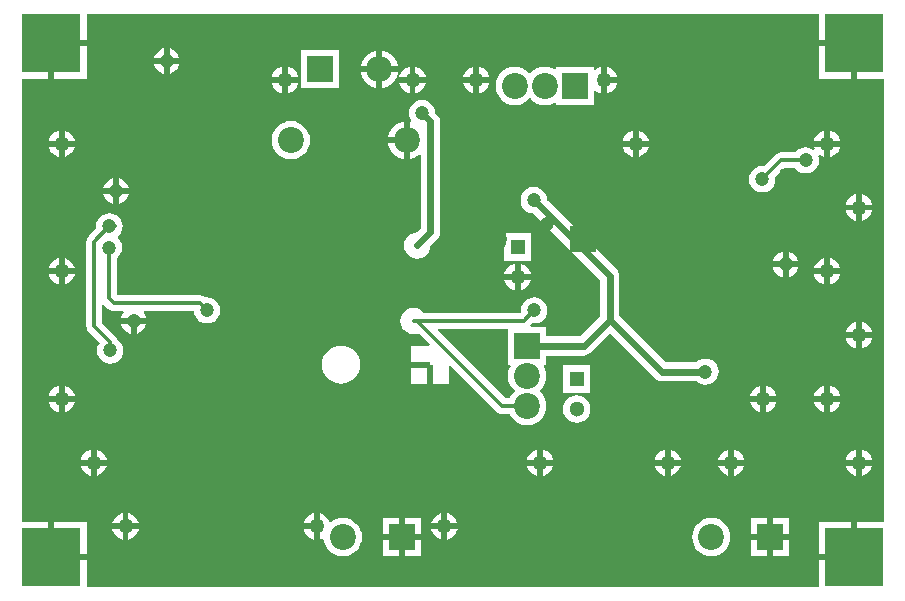
<source format=gbl>
G04*
G04 #@! TF.GenerationSoftware,Altium Limited,Altium Designer,19.1.8 (144)*
G04*
G04 Layer_Physical_Order=2*
G04 Layer_Color=16711680*
%FSLAX25Y25*%
%MOIN*%
G70*
G01*
G75*
%ADD32C,0.02362*%
%ADD33C,0.01181*%
%ADD35C,0.00591*%
%ADD36C,0.00394*%
%ADD37R,0.05118X0.05118*%
%ADD38C,0.05118*%
%ADD39R,0.19685X0.19685*%
%ADD40C,0.08661*%
%ADD41R,0.08661X0.08661*%
%ADD42R,0.08661X0.08661*%
%ADD43C,0.04724*%
%ADD44C,0.05000*%
G36*
X265748Y182087D02*
X277559D01*
Y181102D01*
X278543D01*
Y169291D01*
X287402D01*
Y21654D01*
X278543D01*
Y9843D01*
X277559D01*
Y8858D01*
X265748D01*
Y0D01*
X21654D01*
Y8858D01*
X9843D01*
Y9843D01*
X8858D01*
Y21654D01*
X0D01*
Y169291D01*
X8858D01*
Y181102D01*
X9843D01*
Y182087D01*
X21654D01*
Y190945D01*
X265748D01*
Y182087D01*
D02*
G37*
%LPC*%
G36*
X49409Y179435D02*
Y176181D01*
X52664D01*
X52644Y176327D01*
X52208Y177381D01*
X51514Y178286D01*
X50609Y178980D01*
X49556Y179416D01*
X49409Y179435D01*
D02*
G37*
G36*
X47441D02*
X47295Y179416D01*
X46241Y178980D01*
X45336Y178286D01*
X44642Y177381D01*
X44206Y176327D01*
X44187Y176181D01*
X47441D01*
Y179435D01*
D02*
G37*
G36*
X120276Y178674D02*
Y173425D01*
X125524D01*
X125499Y173676D01*
X125139Y174863D01*
X124554Y175957D01*
X123767Y176917D01*
X122808Y177704D01*
X121714Y178289D01*
X120526Y178649D01*
X120276Y178674D01*
D02*
G37*
G36*
X118307D02*
X118056Y178649D01*
X116869Y178289D01*
X115775Y177704D01*
X114816Y176917D01*
X114028Y175957D01*
X113444Y174863D01*
X113083Y173676D01*
X113059Y173425D01*
X118307D01*
Y178674D01*
D02*
G37*
G36*
X174409Y173291D02*
X173168Y173168D01*
X171975Y172806D01*
X170875Y172219D01*
X169911Y171427D01*
X169659Y171121D01*
X169159D01*
X168907Y171427D01*
X167944Y172219D01*
X166844Y172806D01*
X165650Y173168D01*
X164409Y173291D01*
X163168Y173168D01*
X161975Y172806D01*
X160875Y172219D01*
X159911Y171427D01*
X159120Y170463D01*
X158532Y169364D01*
X158170Y168170D01*
X158048Y166929D01*
X158170Y165688D01*
X158532Y164495D01*
X159120Y163395D01*
X159911Y162431D01*
X160875Y161640D01*
X161975Y161052D01*
X163168Y160690D01*
X164409Y160568D01*
X165650Y160690D01*
X166844Y161052D01*
X167944Y161640D01*
X168907Y162431D01*
X169159Y162738D01*
X169659D01*
X169911Y162431D01*
X170875Y161640D01*
X171975Y161052D01*
X173168Y160690D01*
X174409Y160568D01*
X175650Y160690D01*
X176844Y161052D01*
X177579Y161445D01*
X178079Y161145D01*
Y160599D01*
X190740D01*
Y165209D01*
X191240Y165455D01*
X191841Y164994D01*
X192928Y164544D01*
X193110Y164520D01*
Y168898D01*
Y173275D01*
X192928Y173251D01*
X191841Y172801D01*
X191240Y172340D01*
X190740Y172586D01*
Y173260D01*
X178079D01*
Y172713D01*
X177579Y172414D01*
X176844Y172806D01*
X175650Y173168D01*
X174409Y173291D01*
D02*
G37*
G36*
X52664Y174213D02*
X49409D01*
Y170958D01*
X49556Y170978D01*
X50609Y171414D01*
X51514Y172108D01*
X52208Y173013D01*
X52644Y174066D01*
X52664Y174213D01*
D02*
G37*
G36*
X47441D02*
X44187D01*
X44206Y174066D01*
X44642Y173013D01*
X45336Y172108D01*
X46241Y171414D01*
X47295Y170978D01*
X47441Y170958D01*
Y174213D01*
D02*
G37*
G36*
X195079Y173275D02*
Y169882D01*
X198472D01*
X198448Y170064D01*
X197998Y171151D01*
X197281Y172085D01*
X196348Y172801D01*
X195261Y173251D01*
X195079Y173275D01*
D02*
G37*
G36*
X152559D02*
Y169882D01*
X155952D01*
X155928Y170064D01*
X155478Y171151D01*
X154762Y172085D01*
X153828Y172801D01*
X152741Y173251D01*
X152559Y173275D01*
D02*
G37*
G36*
X150591D02*
X150408Y173251D01*
X149321Y172801D01*
X148388Y172085D01*
X147671Y171151D01*
X147221Y170064D01*
X147197Y169882D01*
X150591D01*
Y173275D01*
D02*
G37*
G36*
X131299D02*
Y169882D01*
X134692D01*
X134668Y170064D01*
X134218Y171151D01*
X133502Y172085D01*
X132568Y172801D01*
X131481Y173251D01*
X131299Y173275D01*
D02*
G37*
G36*
X129331D02*
X129148Y173251D01*
X128061Y172801D01*
X127128Y172085D01*
X126412Y171151D01*
X125961Y170064D01*
X125937Y169882D01*
X129331D01*
Y173275D01*
D02*
G37*
G36*
X88779D02*
Y169882D01*
X92173D01*
X92149Y170064D01*
X91698Y171151D01*
X90982Y172085D01*
X90049Y172801D01*
X88962Y173251D01*
X88779Y173275D01*
D02*
G37*
G36*
X86811D02*
X86629Y173251D01*
X85542Y172801D01*
X84608Y172085D01*
X83892Y171151D01*
X83442Y170064D01*
X83418Y169882D01*
X86811D01*
Y173275D01*
D02*
G37*
G36*
X276575Y180118D02*
X265748D01*
Y169291D01*
X276575D01*
Y180118D01*
D02*
G37*
G36*
X21654D02*
X10827D01*
Y169291D01*
X21654D01*
Y180118D01*
D02*
G37*
G36*
X125524Y171457D02*
X120276D01*
Y166208D01*
X120526Y166233D01*
X121714Y166593D01*
X122808Y167178D01*
X123767Y167965D01*
X124554Y168924D01*
X125139Y170018D01*
X125499Y171206D01*
X125524Y171457D01*
D02*
G37*
G36*
X118307D02*
X113059D01*
X113083Y171206D01*
X113444Y170018D01*
X114028Y168924D01*
X114816Y167965D01*
X115775Y167178D01*
X116869Y166593D01*
X118056Y166233D01*
X118307Y166208D01*
Y171457D01*
D02*
G37*
G36*
X105937Y178771D02*
X93275D01*
Y166110D01*
X105937D01*
Y178771D01*
D02*
G37*
G36*
X198472Y167913D02*
X195079D01*
Y164520D01*
X195261Y164544D01*
X196348Y164994D01*
X197281Y165711D01*
X197998Y166644D01*
X198448Y167731D01*
X198472Y167913D01*
D02*
G37*
G36*
X155952D02*
X152559D01*
Y164520D01*
X152741Y164544D01*
X153828Y164994D01*
X154762Y165711D01*
X155478Y166644D01*
X155928Y167731D01*
X155952Y167913D01*
D02*
G37*
G36*
X150591D02*
X147197D01*
X147221Y167731D01*
X147671Y166644D01*
X148388Y165711D01*
X149321Y164994D01*
X150408Y164544D01*
X150591Y164520D01*
Y167913D01*
D02*
G37*
G36*
X134692D02*
X131299D01*
Y164520D01*
X131481Y164544D01*
X132568Y164994D01*
X133502Y165711D01*
X134218Y166644D01*
X134668Y167731D01*
X134692Y167913D01*
D02*
G37*
G36*
X129331D02*
X125937D01*
X125961Y167731D01*
X126412Y166644D01*
X127128Y165711D01*
X128061Y164994D01*
X129148Y164544D01*
X129331Y164520D01*
Y167913D01*
D02*
G37*
G36*
X92173D02*
X88779D01*
Y164520D01*
X88962Y164544D01*
X90049Y164994D01*
X90982Y165711D01*
X91698Y166644D01*
X92149Y167731D01*
X92173Y167913D01*
D02*
G37*
G36*
X86811D02*
X83418D01*
X83442Y167731D01*
X83892Y166644D01*
X84608Y165711D01*
X85542Y164994D01*
X86629Y164544D01*
X86811Y164520D01*
Y167913D01*
D02*
G37*
G36*
X133465Y162274D02*
X132326Y162124D01*
X131265Y161684D01*
X130353Y160985D01*
X129654Y160074D01*
X129215Y159013D01*
X129065Y157874D01*
X129215Y156735D01*
X129654Y155674D01*
X129851Y155417D01*
X129769Y155298D01*
X129516Y155033D01*
X129331Y155052D01*
Y148819D01*
Y142586D01*
X129581Y142611D01*
X130769Y142971D01*
X131863Y143556D01*
X132512Y144088D01*
X133012Y143852D01*
Y119439D01*
X131731Y118158D01*
X130751Y118029D01*
X129690Y117590D01*
X128779Y116891D01*
X128079Y115979D01*
X127640Y114918D01*
X127490Y113779D01*
X127640Y112641D01*
X128079Y111580D01*
X128779Y110668D01*
X129690Y109969D01*
X130751Y109530D01*
X131890Y109380D01*
X133028Y109530D01*
X134090Y109969D01*
X135001Y110668D01*
X135700Y111580D01*
X136140Y112641D01*
X136269Y113621D01*
X138489Y115841D01*
X138999Y116506D01*
X139320Y117280D01*
X139429Y118110D01*
Y155118D01*
X139320Y155949D01*
X138999Y156722D01*
X138489Y157387D01*
X137844Y158033D01*
X137715Y159013D01*
X137275Y160074D01*
X136576Y160985D01*
X135664Y161684D01*
X134603Y162124D01*
X133465Y162274D01*
D02*
G37*
G36*
X127362Y155052D02*
X127111Y155027D01*
X125924Y154667D01*
X124830Y154082D01*
X123871Y153295D01*
X123083Y152336D01*
X122499Y151241D01*
X122138Y150054D01*
X122114Y149803D01*
X127362D01*
Y155052D01*
D02*
G37*
G36*
X269488Y152015D02*
Y148622D01*
X272881D01*
X272857Y148804D01*
X272407Y149891D01*
X271691Y150825D01*
X270757Y151541D01*
X269670Y151991D01*
X269488Y152015D01*
D02*
G37*
G36*
X267520D02*
X267337Y151991D01*
X266250Y151541D01*
X265317Y150825D01*
X264601Y149891D01*
X264150Y148804D01*
X264126Y148622D01*
X267520D01*
Y152015D01*
D02*
G37*
G36*
X205709D02*
Y148622D01*
X209102D01*
X209078Y148804D01*
X208628Y149891D01*
X207911Y150825D01*
X206978Y151541D01*
X205891Y151991D01*
X205709Y152015D01*
D02*
G37*
G36*
X203740D02*
X203558Y151991D01*
X202471Y151541D01*
X201537Y150825D01*
X200821Y149891D01*
X200371Y148804D01*
X200347Y148622D01*
X203740D01*
Y152015D01*
D02*
G37*
G36*
X14370D02*
Y148622D01*
X17763D01*
X17739Y148804D01*
X17289Y149891D01*
X16573Y150825D01*
X15639Y151541D01*
X14552Y151991D01*
X14370Y152015D01*
D02*
G37*
G36*
X12402D02*
X12219Y151991D01*
X11132Y151541D01*
X10199Y150825D01*
X9483Y149891D01*
X9032Y148804D01*
X9008Y148622D01*
X12402D01*
Y152015D01*
D02*
G37*
G36*
X267520Y146653D02*
X264126D01*
X264150Y146471D01*
X264341Y146011D01*
X263930Y145696D01*
X263617Y145936D01*
X262556Y146376D01*
X261417Y146526D01*
X260279Y146376D01*
X259217Y145936D01*
X258306Y145237D01*
X257924Y144739D01*
X253149D01*
X252473Y144650D01*
X251843Y144389D01*
X251302Y143974D01*
X247472Y140144D01*
X246850Y140226D01*
X245711Y140076D01*
X244650Y139637D01*
X243739Y138938D01*
X243039Y138026D01*
X242600Y136965D01*
X242450Y135827D01*
X242600Y134688D01*
X243039Y133627D01*
X243739Y132715D01*
X244650Y132016D01*
X245711Y131577D01*
X246850Y131427D01*
X247989Y131577D01*
X249050Y132016D01*
X249961Y132715D01*
X250660Y133627D01*
X251100Y134688D01*
X251250Y135827D01*
X251168Y136449D01*
X254232Y139513D01*
X257924D01*
X258306Y139015D01*
X259217Y138316D01*
X260279Y137876D01*
X261417Y137726D01*
X262556Y137876D01*
X263617Y138316D01*
X264528Y139015D01*
X265228Y139926D01*
X265667Y140987D01*
X265817Y142126D01*
X265667Y143265D01*
X265493Y143685D01*
X265904Y144001D01*
X266250Y143735D01*
X267337Y143284D01*
X267520Y143260D01*
Y146653D01*
D02*
G37*
G36*
X272881D02*
X269488D01*
Y143260D01*
X269670Y143284D01*
X270757Y143735D01*
X271691Y144451D01*
X272407Y145384D01*
X272857Y146471D01*
X272881Y146653D01*
D02*
G37*
G36*
X209102D02*
X205709D01*
Y143260D01*
X205891Y143284D01*
X206978Y143735D01*
X207911Y144451D01*
X208628Y145384D01*
X209078Y146471D01*
X209102Y146653D01*
D02*
G37*
G36*
X203740D02*
X200347D01*
X200371Y146471D01*
X200821Y145384D01*
X201537Y144451D01*
X202471Y143735D01*
X203558Y143284D01*
X203740Y143260D01*
Y146653D01*
D02*
G37*
G36*
X17763D02*
X14370D01*
Y143260D01*
X14552Y143284D01*
X15639Y143735D01*
X16573Y144451D01*
X17289Y145384D01*
X17739Y146471D01*
X17763Y146653D01*
D02*
G37*
G36*
X12402D02*
X9008D01*
X9032Y146471D01*
X9483Y145384D01*
X10199Y144451D01*
X11132Y143735D01*
X12219Y143284D01*
X12402Y143260D01*
Y146653D01*
D02*
G37*
G36*
X127362Y147835D02*
X122114D01*
X122138Y147584D01*
X122499Y146397D01*
X123083Y145302D01*
X123871Y144343D01*
X124830Y143556D01*
X125924Y142971D01*
X127111Y142611D01*
X127362Y142586D01*
Y147835D01*
D02*
G37*
G36*
X89764Y155180D02*
X88523Y155058D01*
X87329Y154696D01*
X86230Y154108D01*
X85266Y153317D01*
X84474Y152353D01*
X83887Y151253D01*
X83525Y150060D01*
X83402Y148819D01*
X83525Y147578D01*
X83887Y146385D01*
X84474Y145285D01*
X85266Y144321D01*
X86230Y143530D01*
X87329Y142942D01*
X88523Y142580D01*
X89764Y142458D01*
X91005Y142580D01*
X92198Y142942D01*
X93298Y143530D01*
X94262Y144321D01*
X95053Y145285D01*
X95641Y146385D01*
X96003Y147578D01*
X96125Y148819D01*
X96003Y150060D01*
X95641Y151253D01*
X95053Y152353D01*
X94262Y153317D01*
X93298Y154108D01*
X92198Y154696D01*
X91005Y155058D01*
X89764Y155180D01*
D02*
G37*
G36*
X32480Y136128D02*
Y132874D01*
X35735D01*
X35715Y133020D01*
X35279Y134074D01*
X34585Y134978D01*
X33680Y135673D01*
X32627Y136109D01*
X32480Y136128D01*
D02*
G37*
G36*
X30512D02*
X30365Y136109D01*
X29312Y135673D01*
X28407Y134978D01*
X27713Y134074D01*
X27277Y133020D01*
X27258Y132874D01*
X30512D01*
Y136128D01*
D02*
G37*
G36*
X35735Y130905D02*
X32480D01*
Y127651D01*
X32627Y127671D01*
X33680Y128107D01*
X34585Y128801D01*
X35279Y129706D01*
X35715Y130759D01*
X35735Y130905D01*
D02*
G37*
G36*
X30512D02*
X27258D01*
X27277Y130759D01*
X27713Y129706D01*
X28407Y128801D01*
X29312Y128107D01*
X30365Y127671D01*
X30512Y127651D01*
Y130905D01*
D02*
G37*
G36*
X280118Y130755D02*
Y127362D01*
X283511D01*
X283487Y127544D01*
X283037Y128631D01*
X282321Y129565D01*
X281387Y130281D01*
X280300Y130731D01*
X280118Y130755D01*
D02*
G37*
G36*
X278150D02*
X277967Y130731D01*
X276880Y130281D01*
X275947Y129565D01*
X275231Y128631D01*
X274780Y127544D01*
X274756Y127362D01*
X278150D01*
Y130755D01*
D02*
G37*
G36*
X283511Y125394D02*
X280118D01*
Y122001D01*
X280300Y122024D01*
X281387Y122475D01*
X282321Y123191D01*
X283037Y124124D01*
X283487Y125211D01*
X283511Y125394D01*
D02*
G37*
G36*
X278150D02*
X274756D01*
X274780Y125211D01*
X275231Y124124D01*
X275947Y123191D01*
X276880Y122475D01*
X277967Y122024D01*
X278150Y122001D01*
Y125394D01*
D02*
G37*
G36*
X169913Y117827D02*
X160795D01*
Y108709D01*
X169913D01*
Y117827D01*
D02*
G37*
G36*
X255709Y111719D02*
Y108465D01*
X258963D01*
X258944Y108611D01*
X258507Y109664D01*
X257813Y110569D01*
X256908Y111263D01*
X255855Y111699D01*
X255709Y111719D01*
D02*
G37*
G36*
X253740D02*
X253594Y111699D01*
X252540Y111263D01*
X251636Y110569D01*
X250942Y109664D01*
X250505Y108611D01*
X250486Y108465D01*
X253740D01*
Y111719D01*
D02*
G37*
G36*
X269488Y109496D02*
Y106102D01*
X272881D01*
X272857Y106285D01*
X272407Y107372D01*
X271691Y108305D01*
X270757Y109021D01*
X269670Y109472D01*
X269488Y109496D01*
D02*
G37*
G36*
X267520D02*
X267337Y109472D01*
X266250Y109021D01*
X265317Y108305D01*
X264601Y107372D01*
X264150Y106285D01*
X264126Y106102D01*
X267520D01*
Y109496D01*
D02*
G37*
G36*
X14370D02*
Y106102D01*
X17763D01*
X17739Y106285D01*
X17289Y107372D01*
X16573Y108305D01*
X15639Y109021D01*
X14552Y109472D01*
X14370Y109496D01*
D02*
G37*
G36*
X12402D02*
X12219Y109472D01*
X11132Y109021D01*
X10199Y108305D01*
X9483Y107372D01*
X9032Y106285D01*
X9008Y106102D01*
X12402D01*
Y109496D01*
D02*
G37*
G36*
X166338Y107705D02*
Y104252D01*
X169791D01*
X169765Y104450D01*
X169309Y105551D01*
X168583Y106497D01*
X167638Y107223D01*
X166536Y107679D01*
X166338Y107705D01*
D02*
G37*
G36*
X164370Y107705D02*
X164172Y107679D01*
X163071Y107223D01*
X162125Y106497D01*
X161399Y105551D01*
X160943Y104450D01*
X160917Y104252D01*
X164370D01*
Y107705D01*
D02*
G37*
G36*
X258963Y106496D02*
X255709D01*
Y103242D01*
X255855Y103261D01*
X256908Y103698D01*
X257813Y104392D01*
X258507Y105296D01*
X258944Y106350D01*
X258963Y106496D01*
D02*
G37*
G36*
X253740D02*
X250486D01*
X250505Y106350D01*
X250942Y105296D01*
X251636Y104392D01*
X252540Y103698D01*
X253594Y103261D01*
X253740Y103242D01*
Y106496D01*
D02*
G37*
G36*
X272881Y104134D02*
X269488D01*
Y100741D01*
X269670Y100765D01*
X270757Y101215D01*
X271691Y101931D01*
X272407Y102865D01*
X272857Y103952D01*
X272881Y104134D01*
D02*
G37*
G36*
X267520D02*
X264126D01*
X264150Y103952D01*
X264601Y102865D01*
X265317Y101931D01*
X266250Y101215D01*
X267337Y100765D01*
X267520Y100741D01*
Y104134D01*
D02*
G37*
G36*
X17763D02*
X14370D01*
Y100741D01*
X14552Y100765D01*
X15639Y101215D01*
X16573Y101931D01*
X17289Y102865D01*
X17739Y103952D01*
X17763Y104134D01*
D02*
G37*
G36*
X12402D02*
X9008D01*
X9032Y103952D01*
X9483Y102865D01*
X10199Y101931D01*
X11132Y101215D01*
X12219Y100765D01*
X12402Y100741D01*
Y104134D01*
D02*
G37*
G36*
X164370Y102284D02*
X160917D01*
X160943Y102086D01*
X161399Y100985D01*
X162125Y100039D01*
X163071Y99313D01*
X164172Y98857D01*
X164370Y98831D01*
Y102284D01*
D02*
G37*
G36*
X169791D02*
X166338D01*
Y98831D01*
X166536Y98857D01*
X167638Y99313D01*
X168583Y100039D01*
X169309Y100985D01*
X169765Y102086D01*
X169791Y102284D01*
D02*
G37*
G36*
X170748Y133258D02*
X169609Y133108D01*
X168548Y132669D01*
X167637Y131969D01*
X166938Y131058D01*
X166498Y129997D01*
X166348Y128858D01*
X166498Y127719D01*
X166938Y126658D01*
X167637Y125747D01*
X168548Y125048D01*
X169609Y124608D01*
X170589Y124479D01*
X192854Y102214D01*
Y90305D01*
X185994Y83445D01*
X174835D01*
Y86567D01*
X169709D01*
X169502Y87067D01*
X170244Y87808D01*
X170866Y87726D01*
X172005Y87876D01*
X173066Y88316D01*
X173977Y89015D01*
X174677Y89926D01*
X175116Y90987D01*
X175266Y92126D01*
X175116Y93265D01*
X174677Y94326D01*
X173977Y95237D01*
X173066Y95936D01*
X172005Y96376D01*
X170866Y96526D01*
X169727Y96376D01*
X168666Y95936D01*
X167755Y95237D01*
X167056Y94326D01*
X166616Y93265D01*
X166466Y92126D01*
X166539Y91572D01*
X166192Y91196D01*
X134202D01*
X133820Y91694D01*
X132909Y92393D01*
X131847Y92833D01*
X130709Y92983D01*
X129570Y92833D01*
X128509Y92393D01*
X127597Y91694D01*
X126898Y90783D01*
X126459Y89721D01*
X126309Y88583D01*
X126459Y87444D01*
X126898Y86383D01*
X127597Y85471D01*
X128509Y84772D01*
X129570Y84333D01*
X130709Y84183D01*
X131847Y84333D01*
X132270Y84508D01*
X136000Y80777D01*
X135809Y80315D01*
X129725D01*
Y75000D01*
X136024D01*
Y74016D01*
X137008D01*
Y67717D01*
X142323D01*
Y73801D01*
X142785Y73992D01*
X158389Y58389D01*
X158930Y57973D01*
X159560Y57712D01*
X160236Y57623D01*
X162722D01*
X163215Y56702D01*
X164006Y55738D01*
X164970Y54947D01*
X166070Y54359D01*
X167263Y53997D01*
X168504Y53875D01*
X169745Y53997D01*
X170938Y54359D01*
X172038Y54947D01*
X173002Y55738D01*
X173793Y56702D01*
X174381Y57802D01*
X174743Y58995D01*
X174865Y60236D01*
X174743Y61477D01*
X174381Y62671D01*
X173793Y63770D01*
X173002Y64734D01*
X172695Y64986D01*
Y65486D01*
X173002Y65738D01*
X173793Y66702D01*
X174381Y67802D01*
X174743Y68995D01*
X174865Y70236D01*
X174743Y71477D01*
X174381Y72671D01*
X173988Y73405D01*
X174288Y73905D01*
X174835D01*
Y77028D01*
X187323D01*
X188153Y77137D01*
X188927Y77457D01*
X189592Y77967D01*
X196063Y84439D01*
X211117Y69385D01*
X211782Y68875D01*
X212556Y68554D01*
X213386Y68445D01*
X224969D01*
X225753Y67843D01*
X226814Y67403D01*
X227953Y67254D01*
X229092Y67403D01*
X230153Y67843D01*
X231064Y68542D01*
X231763Y69453D01*
X232203Y70515D01*
X232353Y71653D01*
X232203Y72792D01*
X231763Y73853D01*
X231064Y74765D01*
X230153Y75464D01*
X229092Y75903D01*
X227953Y76053D01*
X226814Y75903D01*
X225753Y75464D01*
X224969Y74862D01*
X214715D01*
X199272Y90305D01*
Y103543D01*
X199162Y104374D01*
X198842Y105148D01*
X198332Y105812D01*
X175127Y129017D01*
X174998Y129997D01*
X174558Y131058D01*
X173859Y131969D01*
X172948Y132669D01*
X171887Y133108D01*
X170748Y133258D01*
D02*
G37*
G36*
X29216Y124479D02*
X28077Y124329D01*
X27016Y123889D01*
X26105Y123190D01*
X25406Y122279D01*
X24966Y121218D01*
X24816Y120079D01*
X24898Y119456D01*
X22333Y116891D01*
X21918Y116350D01*
X21657Y115720D01*
X21568Y115044D01*
Y86843D01*
X21657Y86166D01*
X21918Y85536D01*
X22333Y84995D01*
X26009Y81320D01*
X25717Y80940D01*
X25278Y79879D01*
X25128Y78740D01*
X25278Y77601D01*
X25717Y76540D01*
X26416Y75629D01*
X27328Y74930D01*
X28389Y74490D01*
X29528Y74340D01*
X30666Y74490D01*
X31727Y74930D01*
X32639Y75629D01*
X33338Y76540D01*
X33777Y77601D01*
X33927Y78740D01*
X33777Y79879D01*
X33338Y80940D01*
X32639Y81851D01*
X31973Y82362D01*
X31790Y82802D01*
X31375Y83344D01*
X26794Y87925D01*
Y94036D01*
X27263Y94207D01*
X27294Y94208D01*
X28861Y92641D01*
X29402Y92225D01*
X30032Y91964D01*
X30709Y91875D01*
X33839D01*
X34086Y91375D01*
X33619Y90767D01*
X33182Y89713D01*
X33163Y89567D01*
X41640D01*
X41621Y89713D01*
X41184Y90767D01*
X40718Y91375D01*
X40964Y91875D01*
X57444D01*
X57561Y90987D01*
X58001Y89926D01*
X58700Y89015D01*
X59611Y88316D01*
X60672Y87876D01*
X61811Y87726D01*
X62950Y87876D01*
X64011Y88316D01*
X64922Y89015D01*
X65621Y89926D01*
X66061Y90987D01*
X66211Y92126D01*
X66061Y93265D01*
X65621Y94326D01*
X64922Y95237D01*
X64011Y95936D01*
X62950Y96376D01*
X61811Y96526D01*
X61160Y96440D01*
X60755Y96751D01*
X60125Y97012D01*
X59449Y97101D01*
X31791D01*
X31747Y97145D01*
Y109499D01*
X32245Y109881D01*
X32944Y110792D01*
X33384Y111853D01*
X33534Y112992D01*
X33384Y114131D01*
X32944Y115192D01*
X32245Y116103D01*
X32049Y116254D01*
Y116754D01*
X32327Y116968D01*
X33027Y117879D01*
X33466Y118940D01*
X33481Y119051D01*
X33626Y119403D01*
X33715Y120079D01*
X33626Y120755D01*
X33481Y121106D01*
X33466Y121218D01*
X33027Y122279D01*
X32327Y123190D01*
X31416Y123889D01*
X30355Y124329D01*
X29216Y124479D01*
D02*
G37*
G36*
X280118Y88236D02*
Y84842D01*
X283511D01*
X283487Y85025D01*
X283037Y86112D01*
X282321Y87045D01*
X281387Y87761D01*
X280300Y88212D01*
X280118Y88236D01*
D02*
G37*
G36*
X278150D02*
X277967Y88212D01*
X276880Y87761D01*
X275947Y87045D01*
X275231Y86112D01*
X274780Y85025D01*
X274756Y84842D01*
X278150D01*
Y88236D01*
D02*
G37*
G36*
X41640Y87598D02*
X38386D01*
Y84344D01*
X38532Y84364D01*
X39586Y84800D01*
X40490Y85494D01*
X41184Y86399D01*
X41621Y87452D01*
X41640Y87598D01*
D02*
G37*
G36*
X36417D02*
X33163D01*
X33182Y87452D01*
X33619Y86399D01*
X34313Y85494D01*
X35217Y84800D01*
X36271Y84364D01*
X36417Y84344D01*
Y87598D01*
D02*
G37*
G36*
X283511Y82874D02*
X280118D01*
Y79481D01*
X280300Y79505D01*
X281387Y79955D01*
X282321Y80671D01*
X283037Y81605D01*
X283487Y82692D01*
X283511Y82874D01*
D02*
G37*
G36*
X278150D02*
X274756D01*
X274780Y82692D01*
X275231Y81605D01*
X275947Y80671D01*
X276880Y79955D01*
X277967Y79505D01*
X278150Y79481D01*
Y82874D01*
D02*
G37*
G36*
X135040Y73032D02*
X129725D01*
Y67717D01*
X135040D01*
Y73032D01*
D02*
G37*
G36*
X106496Y80377D02*
X105255Y80255D01*
X104062Y79893D01*
X102962Y79305D01*
X101998Y78514D01*
X101207Y77550D01*
X100619Y76450D01*
X100257Y75257D01*
X100135Y74016D01*
X100257Y72775D01*
X100619Y71582D01*
X101207Y70482D01*
X101998Y69518D01*
X102962Y68727D01*
X104062Y68139D01*
X105255Y67777D01*
X106496Y67655D01*
X107737Y67777D01*
X108931Y68139D01*
X110030Y68727D01*
X110994Y69518D01*
X111785Y70482D01*
X112373Y71582D01*
X112735Y72775D01*
X112857Y74016D01*
X112735Y75257D01*
X112373Y76450D01*
X111785Y77550D01*
X110994Y78514D01*
X110030Y79305D01*
X108931Y79893D01*
X107737Y80255D01*
X106496Y80377D01*
D02*
G37*
G36*
X189599Y73732D02*
X180480D01*
Y64614D01*
X189599D01*
Y73732D01*
D02*
G37*
G36*
X269488Y66976D02*
Y63583D01*
X272881D01*
X272857Y63765D01*
X272407Y64852D01*
X271691Y65785D01*
X270757Y66502D01*
X269670Y66952D01*
X269488Y66976D01*
D02*
G37*
G36*
X267520D02*
X267337Y66952D01*
X266250Y66502D01*
X265317Y65785D01*
X264601Y64852D01*
X264150Y63765D01*
X264126Y63583D01*
X267520D01*
Y66976D01*
D02*
G37*
G36*
X248228D02*
Y63583D01*
X251622D01*
X251597Y63765D01*
X251147Y64852D01*
X250431Y65785D01*
X249498Y66502D01*
X248411Y66952D01*
X248228Y66976D01*
D02*
G37*
G36*
X246260D02*
X246077Y66952D01*
X244990Y66502D01*
X244057Y65785D01*
X243341Y64852D01*
X242891Y63765D01*
X242867Y63583D01*
X246260D01*
Y66976D01*
D02*
G37*
G36*
X14370D02*
Y63583D01*
X17763D01*
X17739Y63765D01*
X17289Y64852D01*
X16573Y65785D01*
X15639Y66502D01*
X14552Y66952D01*
X14370Y66976D01*
D02*
G37*
G36*
X12402D02*
X12219Y66952D01*
X11132Y66502D01*
X10199Y65785D01*
X9483Y64852D01*
X9032Y63765D01*
X9008Y63583D01*
X12402D01*
Y66976D01*
D02*
G37*
G36*
X272881Y61614D02*
X269488D01*
Y58221D01*
X269670Y58245D01*
X270757Y58695D01*
X271691Y59411D01*
X272407Y60345D01*
X272857Y61432D01*
X272881Y61614D01*
D02*
G37*
G36*
X267520D02*
X264126D01*
X264150Y61432D01*
X264601Y60345D01*
X265317Y59411D01*
X266250Y58695D01*
X267337Y58245D01*
X267520Y58221D01*
Y61614D01*
D02*
G37*
G36*
X251622D02*
X248228D01*
Y58221D01*
X248411Y58245D01*
X249498Y58695D01*
X250431Y59411D01*
X251147Y60345D01*
X251597Y61432D01*
X251622Y61614D01*
D02*
G37*
G36*
X246260D02*
X242867D01*
X242891Y61432D01*
X243341Y60345D01*
X244057Y59411D01*
X244990Y58695D01*
X246077Y58245D01*
X246260Y58221D01*
Y61614D01*
D02*
G37*
G36*
X17763D02*
X14370D01*
Y58221D01*
X14552Y58245D01*
X15639Y58695D01*
X16573Y59411D01*
X17289Y60345D01*
X17739Y61432D01*
X17763Y61614D01*
D02*
G37*
G36*
X12402D02*
X9008D01*
X9032Y61432D01*
X9483Y60345D01*
X10199Y59411D01*
X11132Y58695D01*
X12219Y58245D01*
X12402Y58221D01*
Y61614D01*
D02*
G37*
G36*
X185039Y63772D02*
X183849Y63615D01*
X182740Y63156D01*
X181788Y62425D01*
X181057Y61472D01*
X180598Y60364D01*
X180441Y59173D01*
X180598Y57983D01*
X181057Y56874D01*
X181788Y55922D01*
X182740Y55191D01*
X183849Y54732D01*
X185039Y54575D01*
X186230Y54732D01*
X187339Y55191D01*
X188291Y55922D01*
X189022Y56874D01*
X189481Y57983D01*
X189638Y59173D01*
X189481Y60364D01*
X189022Y61472D01*
X188291Y62425D01*
X187339Y63156D01*
X186230Y63615D01*
X185039Y63772D01*
D02*
G37*
G36*
X280118Y45716D02*
Y42323D01*
X283511D01*
X283487Y42505D01*
X283037Y43592D01*
X282321Y44526D01*
X281387Y45242D01*
X280300Y45692D01*
X280118Y45716D01*
D02*
G37*
G36*
X278150D02*
X277967Y45692D01*
X276880Y45242D01*
X275947Y44526D01*
X275231Y43592D01*
X274780Y42505D01*
X274756Y42323D01*
X278150D01*
Y45716D01*
D02*
G37*
G36*
X237598D02*
Y42323D01*
X240992D01*
X240968Y42505D01*
X240517Y43592D01*
X239801Y44526D01*
X238868Y45242D01*
X237781Y45692D01*
X237598Y45716D01*
D02*
G37*
G36*
X235630D02*
X235448Y45692D01*
X234361Y45242D01*
X233427Y44526D01*
X232711Y43592D01*
X232261Y42505D01*
X232237Y42323D01*
X235630D01*
Y45716D01*
D02*
G37*
G36*
X216338D02*
Y42323D01*
X219732D01*
X219708Y42505D01*
X219257Y43592D01*
X218541Y44526D01*
X217608Y45242D01*
X216521Y45692D01*
X216338Y45716D01*
D02*
G37*
G36*
X214370D02*
X214188Y45692D01*
X213101Y45242D01*
X212167Y44526D01*
X211451Y43592D01*
X211001Y42505D01*
X210977Y42323D01*
X214370D01*
Y45716D01*
D02*
G37*
G36*
X173819D02*
Y42323D01*
X177212D01*
X177188Y42505D01*
X176738Y43592D01*
X176022Y44526D01*
X175088Y45242D01*
X174001Y45692D01*
X173819Y45716D01*
D02*
G37*
G36*
X171850D02*
X171668Y45692D01*
X170581Y45242D01*
X169648Y44526D01*
X168931Y43592D01*
X168481Y42505D01*
X168457Y42323D01*
X171850D01*
Y45716D01*
D02*
G37*
G36*
X25000D02*
Y42323D01*
X28393D01*
X28369Y42505D01*
X27919Y43592D01*
X27203Y44526D01*
X26269Y45242D01*
X25182Y45692D01*
X25000Y45716D01*
D02*
G37*
G36*
X23031D02*
X22849Y45692D01*
X21762Y45242D01*
X20829Y44526D01*
X20112Y43592D01*
X19662Y42505D01*
X19638Y42323D01*
X23031D01*
Y45716D01*
D02*
G37*
G36*
X283511Y40354D02*
X280118D01*
Y36961D01*
X280300Y36985D01*
X281387Y37435D01*
X282321Y38152D01*
X283037Y39085D01*
X283487Y40172D01*
X283511Y40354D01*
D02*
G37*
G36*
X278150D02*
X274756D01*
X274780Y40172D01*
X275231Y39085D01*
X275947Y38152D01*
X276880Y37435D01*
X277967Y36985D01*
X278150Y36961D01*
Y40354D01*
D02*
G37*
G36*
X240992D02*
X237598D01*
Y36961D01*
X237781Y36985D01*
X238868Y37435D01*
X239801Y38152D01*
X240517Y39085D01*
X240968Y40172D01*
X240992Y40354D01*
D02*
G37*
G36*
X235630D02*
X232237D01*
X232261Y40172D01*
X232711Y39085D01*
X233427Y38152D01*
X234361Y37435D01*
X235448Y36985D01*
X235630Y36961D01*
Y40354D01*
D02*
G37*
G36*
X219732D02*
X216338D01*
Y36961D01*
X216521Y36985D01*
X217608Y37435D01*
X218541Y38152D01*
X219257Y39085D01*
X219708Y40172D01*
X219732Y40354D01*
D02*
G37*
G36*
X214370D02*
X210977D01*
X211001Y40172D01*
X211451Y39085D01*
X212167Y38152D01*
X213101Y37435D01*
X214188Y36985D01*
X214370Y36961D01*
Y40354D01*
D02*
G37*
G36*
X177212D02*
X173819D01*
Y36961D01*
X174001Y36985D01*
X175088Y37435D01*
X176022Y38152D01*
X176738Y39085D01*
X177188Y40172D01*
X177212Y40354D01*
D02*
G37*
G36*
X171850D02*
X168457D01*
X168481Y40172D01*
X168931Y39085D01*
X169648Y38152D01*
X170581Y37435D01*
X171668Y36985D01*
X171850Y36961D01*
Y40354D01*
D02*
G37*
G36*
X28393D02*
X25000D01*
Y36961D01*
X25182Y36985D01*
X26269Y37435D01*
X27203Y38152D01*
X27919Y39085D01*
X28369Y40172D01*
X28393Y40354D01*
D02*
G37*
G36*
X23031D02*
X19638D01*
X19662Y40172D01*
X20112Y39085D01*
X20829Y38152D01*
X21762Y37435D01*
X22849Y36985D01*
X23031Y36961D01*
Y40354D01*
D02*
G37*
G36*
X141929Y24456D02*
Y21063D01*
X145322D01*
X145298Y21245D01*
X144848Y22332D01*
X144132Y23266D01*
X143198Y23982D01*
X142111Y24432D01*
X141929Y24456D01*
D02*
G37*
G36*
X139961D02*
X139778Y24432D01*
X138691Y23982D01*
X137758Y23266D01*
X137042Y22332D01*
X136591Y21245D01*
X136567Y21063D01*
X139961D01*
Y24456D01*
D02*
G37*
G36*
X97441D02*
X97259Y24432D01*
X96172Y23982D01*
X95238Y23266D01*
X94522Y22332D01*
X94072Y21245D01*
X94048Y21063D01*
X97441D01*
Y24456D01*
D02*
G37*
G36*
X35630D02*
Y21063D01*
X39023D01*
X38999Y21245D01*
X38549Y22332D01*
X37833Y23266D01*
X36899Y23982D01*
X35812Y24432D01*
X35630Y24456D01*
D02*
G37*
G36*
X33661D02*
X33479Y24432D01*
X32392Y23982D01*
X31459Y23266D01*
X30742Y22332D01*
X30292Y21245D01*
X30268Y21063D01*
X33661D01*
Y24456D01*
D02*
G37*
G36*
X133071Y22835D02*
X127756D01*
Y17520D01*
X133071D01*
Y22835D01*
D02*
G37*
G36*
X125787D02*
X120473D01*
Y17520D01*
X125787D01*
Y22835D01*
D02*
G37*
G36*
X255905Y22835D02*
X250590D01*
Y17520D01*
X255905D01*
Y22835D01*
D02*
G37*
G36*
X248622D02*
X243307D01*
Y17520D01*
X248622D01*
Y22835D01*
D02*
G37*
G36*
X145322Y19094D02*
X141929D01*
Y15701D01*
X142111Y15725D01*
X143198Y16175D01*
X144132Y16892D01*
X144848Y17825D01*
X145298Y18912D01*
X145322Y19094D01*
D02*
G37*
G36*
X139961D02*
X136567D01*
X136591Y18912D01*
X137042Y17825D01*
X137758Y16892D01*
X138691Y16175D01*
X139778Y15725D01*
X139961Y15701D01*
Y19094D01*
D02*
G37*
G36*
X97441D02*
X94048D01*
X94072Y18912D01*
X94522Y17825D01*
X95238Y16892D01*
X96172Y16175D01*
X97259Y15725D01*
X97441Y15701D01*
Y19094D01*
D02*
G37*
G36*
X39023D02*
X35630D01*
Y15701D01*
X35812Y15725D01*
X36899Y16175D01*
X37833Y16892D01*
X38549Y17825D01*
X38999Y18912D01*
X39023Y19094D01*
D02*
G37*
G36*
X33661D02*
X30268D01*
X30292Y18912D01*
X30742Y17825D01*
X31459Y16892D01*
X32392Y16175D01*
X33479Y15725D01*
X33661Y15701D01*
Y19094D01*
D02*
G37*
G36*
X276575Y21654D02*
X265748D01*
Y10827D01*
X276575D01*
Y21654D01*
D02*
G37*
G36*
X21654D02*
X10827D01*
Y10827D01*
X21654D01*
Y21654D01*
D02*
G37*
G36*
X133071Y15551D02*
X127756D01*
Y10236D01*
X133071D01*
Y15551D01*
D02*
G37*
G36*
X125787D02*
X120473D01*
Y10236D01*
X125787D01*
Y15551D01*
D02*
G37*
G36*
X255905Y15551D02*
X250590D01*
Y10236D01*
X255905D01*
Y15551D01*
D02*
G37*
G36*
X248622D02*
X243307D01*
Y10236D01*
X248622D01*
Y15551D01*
D02*
G37*
G36*
X99409Y24456D02*
Y20079D01*
Y15701D01*
X99592Y15725D01*
X100275Y16008D01*
X100809Y15688D01*
X100848Y15294D01*
X101210Y14101D01*
X101797Y13001D01*
X102588Y12037D01*
X103552Y11246D01*
X104652Y10658D01*
X105846Y10296D01*
X107087Y10174D01*
X108328Y10296D01*
X109521Y10658D01*
X110621Y11246D01*
X111585Y12037D01*
X112376Y13001D01*
X112964Y14101D01*
X113326Y15294D01*
X113448Y16535D01*
X113326Y17776D01*
X112964Y18970D01*
X112376Y20070D01*
X111585Y21034D01*
X110621Y21825D01*
X109521Y22413D01*
X108328Y22775D01*
X107087Y22897D01*
X105846Y22775D01*
X104652Y22413D01*
X103552Y21825D01*
X103200Y21535D01*
X102596Y21687D01*
X102328Y22332D01*
X101612Y23266D01*
X100679Y23982D01*
X99592Y24432D01*
X99409Y24456D01*
D02*
G37*
G36*
X229921Y22897D02*
X228680Y22774D01*
X227487Y22412D01*
X226387Y21825D01*
X225423Y21033D01*
X224632Y20069D01*
X224044Y18970D01*
X223682Y17776D01*
X223560Y16535D01*
X223682Y15294D01*
X224044Y14101D01*
X224632Y13001D01*
X225423Y12037D01*
X226387Y11246D01*
X227487Y10658D01*
X228680Y10296D01*
X229921Y10174D01*
X231162Y10296D01*
X232355Y10658D01*
X233455Y11246D01*
X234419Y12037D01*
X235210Y13001D01*
X235798Y14101D01*
X236160Y15294D01*
X236282Y16535D01*
X236160Y17776D01*
X235798Y18970D01*
X235210Y20069D01*
X234419Y21033D01*
X233455Y21825D01*
X232355Y22412D01*
X231162Y22774D01*
X229921Y22897D01*
D02*
G37*
%LPD*%
G36*
X162173Y73905D02*
X162720D01*
X163020Y73405D01*
X162627Y72671D01*
X162265Y71477D01*
X162143Y70236D01*
X162265Y68995D01*
X162627Y67802D01*
X163215Y66702D01*
X164006Y65738D01*
X164313Y65486D01*
Y64986D01*
X164006Y64734D01*
X163215Y63770D01*
X162722Y62849D01*
X161319D01*
X138660Y85508D01*
X138851Y85970D01*
X162173D01*
Y73905D01*
D02*
G37*
D32*
X196063Y88976D02*
Y103543D01*
X170748Y128858D02*
X196063Y103543D01*
X213386Y71653D02*
X227953D01*
X196063Y88976D02*
X213386Y71653D01*
X168504Y80236D02*
X187323D01*
X196063Y88976D01*
X136221Y118110D02*
Y155118D01*
X131890Y113779D02*
X136221Y118110D01*
X133465Y157874D02*
X136221Y155118D01*
D33*
X131890Y88583D02*
X167323D01*
X130709D02*
X131890D01*
X160236Y60236D02*
X168504D01*
X131890Y88583D02*
X160236Y60236D01*
X59449Y94488D02*
X61811Y92126D01*
X30709Y94488D02*
X59449D01*
X29134Y96063D02*
X30709Y94488D01*
X24181Y86843D02*
X29528Y81496D01*
X24181Y86843D02*
Y115044D01*
X29528Y78740D02*
Y81496D01*
X246850Y135827D02*
X253149Y142126D01*
X261417D01*
X167323Y88583D02*
X170866Y92126D01*
X29134Y96063D02*
Y112992D01*
X24181Y115044D02*
X29216Y120079D01*
X31102D01*
D35*
X148622Y132696D02*
Y130072D01*
X149147Y129547D01*
X150196D01*
X150721Y130072D01*
Y132696D01*
X153345Y129547D02*
Y132696D01*
X151771Y131122D01*
X153870D01*
D36*
X252969Y133476D02*
X254937D01*
X255331Y133870D01*
Y134657D01*
X254937Y135051D01*
X252969D01*
X255331Y135838D02*
Y136625D01*
Y136231D01*
X252969D01*
X253363Y135838D01*
Y137806D02*
X252969Y138199D01*
Y138986D01*
X253363Y139380D01*
X254937D01*
X255331Y138986D01*
Y138199D01*
X254937Y137806D01*
X253363D01*
X185445Y95850D02*
Y93882D01*
X185838Y93488D01*
X186626D01*
X187019Y93882D01*
Y95850D01*
X187806Y93882D02*
X188200Y93488D01*
X188987D01*
X189381Y93882D01*
Y95456D01*
X188987Y95850D01*
X188200D01*
X187806Y95456D01*
Y95063D01*
X188200Y94669D01*
X189381D01*
X42630Y119098D02*
Y117130D01*
X43023Y116736D01*
X43811D01*
X44204Y117130D01*
Y119098D01*
X46566Y116736D02*
X44991D01*
X46566Y118310D01*
Y118704D01*
X46172Y119098D01*
X45385D01*
X44991Y118704D01*
X42433Y78153D02*
Y76185D01*
X42826Y75791D01*
X43614D01*
X44007Y76185D01*
Y78153D01*
X44794Y77759D02*
X45188Y78153D01*
X45975D01*
X46369Y77759D01*
Y77366D01*
X45975Y76972D01*
X45581D01*
X45975D01*
X46369Y76578D01*
Y76185D01*
X45975Y75791D01*
X45188D01*
X44794Y76185D01*
X43319Y167897D02*
Y165929D01*
X43712Y165535D01*
X44500D01*
X44893Y165929D01*
Y167897D01*
X45680Y165535D02*
X46468D01*
X46074D01*
Y167897D01*
X45680Y167503D01*
D37*
X185039Y69173D02*
D03*
X165354Y113268D02*
D03*
D38*
X185039Y59173D02*
D03*
X165354Y103268D02*
D03*
D39*
X9843Y181102D02*
D03*
X277559D02*
D03*
Y9843D02*
D03*
X9843D02*
D03*
D40*
X168504Y60236D02*
D03*
Y70236D02*
D03*
X119291Y172441D02*
D03*
X229921Y16535D02*
D03*
X89764Y148819D02*
D03*
X128346D02*
D03*
X174409Y166929D02*
D03*
X164409D02*
D03*
X157500Y115881D02*
D03*
X107087Y16535D02*
D03*
D41*
X168504Y80236D02*
D03*
D42*
X99606Y172441D02*
D03*
X249606Y16535D02*
D03*
X184409Y166929D02*
D03*
X187027Y115881D02*
D03*
X126772Y16535D02*
D03*
D43*
X31496Y131890D02*
D03*
X254724Y107480D02*
D03*
X48425Y175197D02*
D03*
X37402Y88583D02*
D03*
X29528Y78740D02*
D03*
X246850Y135827D02*
D03*
X261417Y142126D02*
D03*
X170866Y92126D02*
D03*
X175000Y120748D02*
D03*
X170748Y128858D02*
D03*
X227953Y71653D02*
D03*
X176181Y145945D02*
D03*
X133465Y157874D02*
D03*
X29134Y112992D02*
D03*
X29216Y120079D02*
D03*
X61811Y92126D02*
D03*
D44*
X268504Y147638D02*
D03*
X279134Y126378D02*
D03*
X268504Y105118D02*
D03*
X279134Y83858D02*
D03*
X268504Y62598D02*
D03*
X279134Y41339D02*
D03*
X247244Y62598D02*
D03*
X236614Y41339D02*
D03*
X204724Y147638D02*
D03*
X215354Y41339D02*
D03*
X194094Y168898D02*
D03*
X172835Y41339D02*
D03*
X151575Y168898D02*
D03*
X140945Y20079D02*
D03*
X130315Y168898D02*
D03*
X98425Y20079D02*
D03*
X87795Y168898D02*
D03*
X34646Y20079D02*
D03*
X13386Y147638D02*
D03*
Y105118D02*
D03*
Y62598D02*
D03*
X24016Y41339D02*
D03*
M02*

</source>
